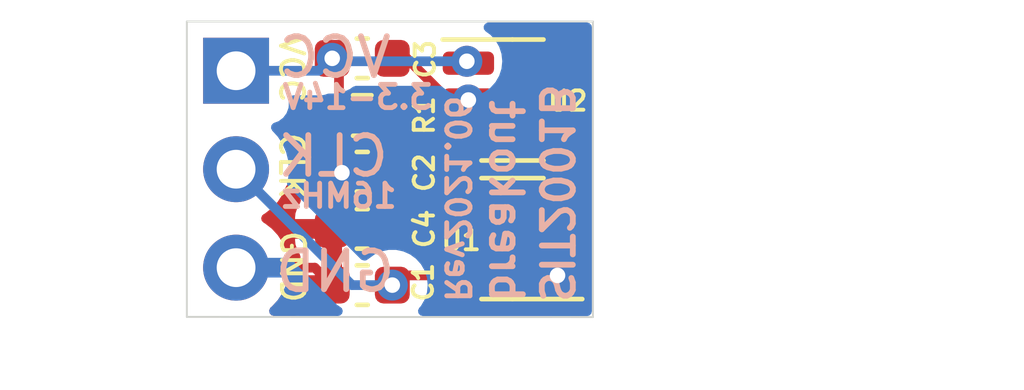
<source format=kicad_pcb>
(kicad_pcb (version 20221018) (generator pcbnew)
  (layers (0 "F.Cu" signal) (31 "B.Cu" signal) (34 "B.Paste" user) (35 "F.Paste" user) (36 "B.SilkS" user "B.Silkscreen") (37 "F.SilkS" user "F.Silkscreen") (38 "B.Mask" user) (39 "F.Mask" user) (44 "Edge.Cuts" user))
  (net 0 "")
  (net 1 "GND")
  (net 2 "/CLK")
  (net 3 "+3V3")
  (net 4 "VCC")
  (net 5 "Net-(R1-Pad2)")
  (net 6 "Net-(U1-Pad3)")
  (net 7 "Net-(U1-Pad2)")
  (net 8 "Net-(U2-Pad4)")
  (footprint "Capacitor_SMD:C_0603_1608Metric" (layer "F.Cu") (at 152.775 93.8 180)
    (fp_text reference "C1" (at -1.575 0.075 90) (layer "F.SilkS") (effects (font (size 0.5 0.5) (thickness 0.1))))
    (fp_text value "15pf")
    (fp_line (start -0.14058 -0.51) (end 0.14058 -0.51) (stroke (width 0.12)) (layer "F.SilkS"))
    (fp_line (start -0.14058 0.51) (end 0.14058 0.51) (stroke (width 0.12)) (layer "F.SilkS"))
    (pad "1" smd roundrect (at -0.775 0 180) (size 0.9 0.95) (layers "F.Cu" "F.Paste" "F.Mask") (net 2 "/CLK"))
    (pad "2" smd roundrect (at 0.775 0 180) (size 0.9 0.95) (layers "F.Cu" "F.Paste" "F.Mask") (net 1 "GND"))
  )
  (footprint "Capacitor_SMD:C_0603_1608Metric" (layer "F.Cu") (at 152.775 90.875 180)
    (fp_text reference "C2" (at -1.6 -0.025 90) (layer "F.SilkS") (effects (font (size 0.5 0.5) (thickness 0.1))))
    (fp_text value "0.1uf")
    (fp_line (start -0.14058 -0.51) (end 0.14058 -0.51) (stroke (width 0.12)) (layer "F.SilkS"))
    (fp_line (start -0.14058 0.51) (end 0.14058 0.51) (stroke (width 0.12)) (layer "F.SilkS"))
    (pad "1" smd roundrect (at -0.775 0 180) (size 0.9 0.95) (layers "F.Cu" "F.Paste" "F.Mask") (net 3 "+3V3"))
    (pad "2" smd roundrect (at 0.775 0 180) (size 0.9 0.95) (layers "F.Cu" "F.Paste" "F.Mask") (net 1 "GND"))
  )
  (footprint "Capacitor_SMD:C_0603_1608Metric" (layer "F.Cu") (at 152.775 87.95)
    (fp_text reference "C3" (at 1.625 0.025 270) (layer "F.SilkS") (effects (font (size 0.5 0.5) (thickness 0.1))))
    (fp_text value "0.1uf")
    (fp_line (start -0.14058 -0.51) (end 0.14058 -0.51) (stroke (width 0.12)) (layer "F.SilkS"))
    (fp_line (start -0.14058 0.51) (end 0.14058 0.51) (stroke (width 0.12)) (layer "F.SilkS"))
    (pad "1" smd roundrect (at -0.775 0) (size 0.9 0.95) (layers "F.Cu" "F.Paste" "F.Mask") (net 4 "VCC"))
    (pad "2" smd roundrect (at 0.775 0) (size 0.9 0.95) (layers "F.Cu" "F.Paste" "F.Mask") (net 1 "GND"))
  )
  (footprint "Capacitor_SMD:C_0603_1608Metric" (layer "F.Cu") (at 152.775 92.35 180)
    (fp_text reference "C4" (at -1.6 0 90) (layer "F.SilkS") (effects (font (size 0.5 0.5) (thickness 0.1))))
    (fp_text value "1uf")
    (fp_line (start -0.14058 -0.51) (end 0.14058 -0.51) (stroke (width 0.12)) (layer "F.SilkS"))
    (fp_line (start -0.14058 0.51) (end 0.14058 0.51) (stroke (width 0.12)) (layer "F.SilkS"))
    (pad "1" smd roundrect (at -0.775 0 180) (size 0.9 0.95) (layers "F.Cu" "F.Paste" "F.Mask") (net 3 "+3V3"))
    (pad "2" smd roundrect (at 0.775 0 180) (size 0.9 0.95) (layers "F.Cu" "F.Paste" "F.Mask") (net 1 "GND"))
  )
  (footprint "my-kicad-footprints:Pin_1x03_P2.54mm_nosilk" (layer "F.Cu") (at 149.52 88.27)
    (fp_text reference "J1" hide)
    (fp_text value "Conn_01x03")
    (pad "1" thru_hole rect (at 0 0) (size 1.7 1.7) (drill 1) (layers "*.Cu" "*.Mask") (net 4 "VCC"))
    (pad "2" thru_hole oval (at 0 2.54) (size 1.7 1.7) (drill 1) (layers "*.Cu" "*.Mask") (net 2 "/CLK"))
    (pad "3" thru_hole oval (at 0 5.08) (size 1.7 1.7) (drill 1) (layers "*.Cu" "*.Mask") (net 1 "GND"))
  )
  (footprint "Resistor_SMD:R_0603_1608Metric" (layer "F.Cu") (at 152.775 89.425)
    (fp_text reference "R1" (at 1.6 0 90) (layer "F.SilkS") (effects (font (size 0.5 0.5) (thickness 0.1))))
    (fp_text value "10k")
    (fp_line (start -0.237258 -0.5225) (end 0.237258 -0.5225) (stroke (width 0.12)) (layer "F.SilkS"))
    (fp_line (start -0.237258 0.5225) (end 0.237258 0.5225) (stroke (width 0.12)) (layer "F.SilkS"))
    (pad "1" smd roundrect (at -0.825 0) (size 0.8 0.95) (layers "F.Cu" "F.Paste" "F.Mask") (net 4 "VCC"))
    (pad "2" smd roundrect (at 0.825 0) (size 0.8 0.95) (layers "F.Cu" "F.Paste" "F.Mask") (net 5 "Net-(R1-Pad2)"))
  )
  (footprint "Package_TO_SOT_SMD:SOT-23-5" (layer "F.Cu") (at 156.65 92.6 180)
    (fp_text reference "U1" (at 1.325 -0.05) (layer "F.SilkS") (effects (font (size 0.5 0.5) (thickness 0.1))))
    (fp_text value "SiT2001B-MEMS-Clock-Generator")
    (fp_line (start 0 -1.56) (end -1.8 -1.56) (stroke (width 0.12)) (layer "F.SilkS"))
    (fp_line (start 0 -1.56) (end 0.8 -1.56) (stroke (width 0.12)) (layer "F.SilkS"))
    (fp_line (start 0 1.56) (end -0.8 1.56) (stroke (width 0.12)) (layer "F.SilkS"))
    (fp_line (start 0 1.56) (end 0.8 1.56) (stroke (width 0.12)) (layer "F.SilkS"))
    (pad "1" smd roundrect (at -1.1375 -0.95 180) (size 1.325 0.6) (layers "F.Cu" "F.Paste" "F.Mask") (net 1 "GND"))
    (pad "2" smd roundrect (at -1.1375 0 180) (size 1.325 0.6) (layers "F.Cu" "F.Paste" "F.Mask") (net 7 "Net-(U1-Pad2)"))
    (pad "3" smd roundrect (at -1.1375 0.95 180) (size 1.325 0.6) (layers "F.Cu" "F.Paste" "F.Mask") (net 6 "Net-(U1-Pad3)"))
    (pad "4" smd roundrect (at 1.1375 0.95 180) (size 1.325 0.6) (layers "F.Cu" "F.Paste" "F.Mask") (net 3 "+3V3"))
    (pad "5" smd roundrect (at 1.1375 -0.95 180) (size 1.325 0.6) (layers "F.Cu" "F.Paste" "F.Mask") (net 2 "/CLK"))
  )
  (footprint "Package_TO_SOT_SMD:SOT-23-5" (layer "F.Cu") (at 156.65 89.025)
    (fp_text reference "U2" (at 1.425 0.025) (layer "F.SilkS") (effects (font (size 0.5 0.5) (thickness 0.1))))
    (fp_text value "NJM2866F33")
    (fp_line (start 0 -1.56) (end -1.8 -1.56) (stroke (width 0.12)) (layer "F.SilkS"))
    (fp_line (start 0 -1.56) (end 0.8 -1.56) (stroke (width 0.12)) (layer "F.SilkS"))
    (fp_line (start 0 1.56) (end -0.8 1.56) (stroke (width 0.12)) (layer "F.SilkS"))
    (fp_line (start 0 1.56) (end 0.8 1.56) (stroke (width 0.12)) (layer "F.SilkS"))
    (pad "1" smd roundrect (at -1.1375 -0.95) (size 1.325 0.6) (layers "F.Cu" "F.Paste" "F.Mask") (net 4 "VCC"))
    (pad "2" smd roundrect (at -1.1375 0) (size 1.325 0.6) (layers "F.Cu" "F.Paste" "F.Mask") (net 1 "GND"))
    (pad "3" smd roundrect (at -1.1375 0.95) (size 1.325 0.6) (layers "F.Cu" "F.Paste" "F.Mask") (net 5 "Net-(R1-Pad2)"))
    (pad "4" smd roundrect (at 1.1375 0.95) (size 1.325 0.6) (layers "F.Cu" "F.Paste" "F.Mask") (net 8 "Net-(U2-Pad4)"))
    (pad "5" smd roundrect (at 1.1375 -0.95) (size 1.325 0.6) (layers "F.Cu" "F.Paste" "F.Mask") (net 3 "+3V3"))
  )
  (gr_line (start 148.25 87) (end 148.25 94.62) (stroke (width 0.05)) (layer "Edge.Cuts"))
  (gr_line (start 158.725 94.625) (end 158.725 87) (stroke (width 0.05)) (layer "Edge.Cuts"))
  (gr_line (start 158.725 87) (end 148.25 87) (stroke (width 0.05)) (layer "Edge.Cuts"))
  (gr_line (start 148.25 94.62) (end 158.725 94.625) (stroke (width 0.05)) (layer "Edge.Cuts"))
  (gr_text "Rev2021.06" (at 155.225 91.575 -90) (layer "B.SilkS") (effects (font (size 0.6 0.6) (thickness 0.125)) (justify mirror)))
  (gr_text "16MHz" (at 152.175 91.5) (layer "B.SilkS") (effects (font (size 0.6 0.6) (thickness 0.125)) (justify mirror)))
  (gr_text "3.3-14V" (at 152.65 88.95) (layer "B.SilkS") (effects (font (size 0.6 0.6) (thickness 0.125)) (justify mirror)))
  (gr_text "SIT2001B\nbreakout" (at 157.125 94.325 -90) (layer "B.SilkS") (effects (font (size 0.8 0.8)) (justify left mirror)))
  (gr_text "GND" (at 152.075 93.45) (layer "B.SilkS") (effects (font (size 1 1)) (justify mirror)))
  (gr_text "CLK" (at 152.025 90.475) (layer "B.SilkS") (effects (font (size 1 1)) (justify mirror)))
  (gr_text "VCC" (at 152.075 87.925) (layer "B.SilkS") (effects (font (size 1 1)) (justify mirror)))
  (gr_text "GND" (at 150.975 93.325 -90) (layer "F.SilkS") (effects (font (size 0.6 0.6) (thickness 0.1))))
  (gr_text "VCC" (at 150.95 88.225 270) (layer "F.SilkS") (effects (font (size 0.6 0.6) (thickness 0.1))))
  (gr_text "CLK" (at 150.95 90.725 -90) (layer "F.SilkS") (effects (font (size 0.6 0.6) (thickness 0.1))))
  (segment (start 149.52 93.35) (end 151.55 93.35) (width 0.25) (layer "F.Cu") (net 1))
  (segment (start 155 89.025) (end 153.725 87.75) (width 0.25) (layer "F.Cu") (net 1))
  (segment (start 155.5125 89.025) (end 155 89.025) (width 0.25) (layer "F.Cu") (net 1))
  (segment (start 151.55 93.35) (end 152 93.8) (width 0.25) (layer "F.Cu") (net 1))
  (via (at 152.25 90.9) (size 0.8) (drill 0.4) (layers "F.Cu" "B.Cu") (net 1))
  (via (at 157.8125 93.55) (size 0.8) (drill 0.4) (layers "F.Cu" "B.Cu") (net 1))
  (via (at 155.5125 89.025) (size 0.8) (drill 0.4) (layers "F.Cu" "B.Cu") (net 1))
  (segment (start 154.125 89.025) (end 152.25 90.9) (width 0.25) (layer "B.Cu") (net 1))
  (segment (start 155.5125 91.25) (end 157.8125 93.55) (width 0.25) (layer "B.Cu") (net 1))
  (segment (start 155.5125 89.025) (end 155.5125 91.25) (width 0.25) (layer "B.Cu") (net 1))
  (segment (start 155.5125 89.025) (end 154.125 89.025) (width 0.25) (layer "B.Cu") (net 1))
  (segment (start 153.8 93.55) (end 153.55 93.8) (width 0.25) (layer "F.Cu") (net 2))
  (segment (start 155.5125 93.55) (end 153.8 93.55) (width 0.25) (layer "F.Cu") (net 2))
  (via (at 153.55 93.8) (size 0.8) (drill 0.4) (layers "F.Cu" "B.Cu") (net 2))
  (segment (start 153.55 93.8) (end 152.51 93.8) (width 0.25) (layer "B.Cu") (net 2))
  (segment (start 152.51 93.8) (end 149.52 90.81) (width 0.25) (layer "B.Cu") (net 2))
  (segment (start 156.50001 89.36249) (end 156.50001 90.68749) (width 0.25) (layer "F.Cu") (net 3))
  (segment (start 154.575 91.65) (end 153.775 92.45) (width 0.25) (layer "F.Cu") (net 3))
  (segment (start 155.5375 91.65) (end 154.55 91.65) (width 0.25) (layer "F.Cu") (net 3))
  (segment (start 154.55 91.65) (end 153.8 90.9) (width 0.25) (layer "F.Cu") (net 3))
  (segment (start 156.50001 90.68749) (end 155.5375 91.65) (width 0.25) (layer "F.Cu") (net 3))
  (segment (start 155.5375 91.65) (end 154.575 91.65) (width 0.25) (layer "F.Cu") (net 3))
  (segment (start 157.7875 88.075) (end 156.50001 89.36249) (width 0.25) (layer "F.Cu") (net 3))
  (segment (start 155.5125 88.075) (end 155.5125 88.065219) (width 0.25) (layer "F.Cu") (net 4))
  (segment (start 155.5125 88.065219) (end 155.473057 88.025776) (width 0.25) (layer "F.Cu") (net 4))
  (segment (start 152.175 87.75) (end 152.175 89.275) (width 0.25) (layer "F.Cu") (net 4))
  (segment (start 152.175 89.275) (end 152.15 89.3) (width 0.25) (layer "F.Cu") (net 4))
  (via (at 152 87.95) (size 0.8) (drill 0.4) (layers "F.Cu" "B.Cu") (net 4))
  (via (at 155.473057 88.025776) (size 0.8) (drill 0.4) (layers "F.Cu" "B.Cu") (net 4))
  (segment (start 151.655 88.27) (end 152.175 87.75) (width 0.25) (layer "B.Cu") (net 4))
  (segment (start 155.473057 88.025776) (end 152.075776 88.025776) (width 0.25) (layer "B.Cu") (net 4))
  (segment (start 152.075776 88.025776) (end 152 87.95) (width 0.25) (layer "B.Cu") (net 4))
  (segment (start 149.52 88.27) (end 151.655 88.27) (width 0.25) (layer "B.Cu") (net 4))
  (segment (start 155.5125 89.975) (end 154.475 89.975) (width 0.25) (layer "F.Cu") (net 5))
  (segment (start 154.475 89.975) (end 153.8 89.3) (width 0.25) (layer "F.Cu") (net 5))
  (zone (net 1) (net_name "GND") (layer "F.Cu") (connect_pads (clearance 0.508)) (min_thickness 0.254) (fill yes (thermal_gap 0.508) (thermal_bridge_width 0.508))
    (polygon (pts (xy 158.75 86.975) (xy 158.75 94.7) (xy 148.275 94.625) (xy 148.25 86.925)))
  )
  (zone (net 1) (net_name "GND") (layer "B.Cu") (connect_pads (clearance 0.508)) (min_thickness 0.254) (fill yes (thermal_gap 0.508) (thermal_bridge_width 0.508))
    (polygon (pts (xy 158.75 86.975) (xy 158.75 94.7) (xy 148.275 94.625) (xy 148.25 86.925)))
  )
)
</source>
